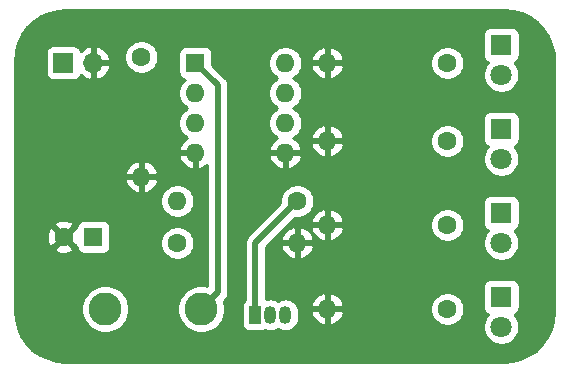
<source format=gbr>
G04 #@! TF.GenerationSoftware,KiCad,Pcbnew,(5.1.7)-1*
G04 #@! TF.CreationDate,2021-07-20T19:52:43-05:00*
G04 #@! TF.ProjectId,jfetTester,6a666574-5465-4737-9465-722e6b696361,rev?*
G04 #@! TF.SameCoordinates,Original*
G04 #@! TF.FileFunction,Copper,L2,Bot*
G04 #@! TF.FilePolarity,Positive*
%FSLAX46Y46*%
G04 Gerber Fmt 4.6, Leading zero omitted, Abs format (unit mm)*
G04 Created by KiCad (PCBNEW (5.1.7)-1) date 2021-07-20 19:52:43*
%MOMM*%
%LPD*%
G01*
G04 APERTURE LIST*
G04 #@! TA.AperFunction,ComponentPad*
%ADD10R,1.700000X1.700000*%
G04 #@! TD*
G04 #@! TA.AperFunction,ComponentPad*
%ADD11O,1.700000X1.700000*%
G04 #@! TD*
G04 #@! TA.AperFunction,ComponentPad*
%ADD12R,1.600000X1.600000*%
G04 #@! TD*
G04 #@! TA.AperFunction,ComponentPad*
%ADD13C,1.600000*%
G04 #@! TD*
G04 #@! TA.AperFunction,ComponentPad*
%ADD14R,1.800000X1.800000*%
G04 #@! TD*
G04 #@! TA.AperFunction,ComponentPad*
%ADD15C,1.800000*%
G04 #@! TD*
G04 #@! TA.AperFunction,ComponentPad*
%ADD16O,1.050000X1.500000*%
G04 #@! TD*
G04 #@! TA.AperFunction,ComponentPad*
%ADD17R,1.050000X1.500000*%
G04 #@! TD*
G04 #@! TA.AperFunction,ComponentPad*
%ADD18O,1.600000X1.600000*%
G04 #@! TD*
G04 #@! TA.AperFunction,ComponentPad*
%ADD19C,2.800000*%
G04 #@! TD*
G04 #@! TA.AperFunction,Conductor*
%ADD20C,0.500000*%
G04 #@! TD*
G04 #@! TA.AperFunction,Conductor*
%ADD21C,0.254000*%
G04 #@! TD*
G04 #@! TA.AperFunction,Conductor*
%ADD22C,0.100000*%
G04 #@! TD*
G04 APERTURE END LIST*
D10*
G04 #@! TO.P,BT1,1*
G04 #@! TO.N,+9V*
X116840000Y-79248000D03*
D11*
G04 #@! TO.P,BT1,2*
G04 #@! TO.N,GND*
X119380000Y-79248000D03*
G04 #@! TD*
D12*
G04 #@! TO.P,C1,1*
G04 #@! TO.N,/4.5V*
X119380000Y-93980000D03*
D13*
G04 #@! TO.P,C1,2*
G04 #@! TO.N,GND*
X116880000Y-93980000D03*
G04 #@! TD*
D14*
G04 #@! TO.P,D1,1*
G04 #@! TO.N,Net-(D1-Pad1)*
X153924000Y-77724000D03*
D15*
G04 #@! TO.P,D1,2*
G04 #@! TO.N,+9V*
X153924000Y-80264000D03*
G04 #@! TD*
G04 #@! TO.P,D2,2*
G04 #@! TO.N,+9V*
X153924000Y-87376000D03*
D14*
G04 #@! TO.P,D2,1*
G04 #@! TO.N,Net-(D2-Pad1)*
X153924000Y-84836000D03*
G04 #@! TD*
G04 #@! TO.P,D3,1*
G04 #@! TO.N,Net-(D3-Pad1)*
X153924000Y-91948000D03*
D15*
G04 #@! TO.P,D3,2*
G04 #@! TO.N,+9V*
X153924000Y-94488000D03*
G04 #@! TD*
G04 #@! TO.P,D4,2*
G04 #@! TO.N,+9V*
X153924000Y-101600000D03*
D14*
G04 #@! TO.P,D4,1*
G04 #@! TO.N,Net-(D4-Pad1)*
X153924000Y-99060000D03*
G04 #@! TD*
D16*
G04 #@! TO.P,Q1,2*
G04 #@! TO.N,Net-(Q1-Pad2)*
X134366000Y-100584000D03*
G04 #@! TO.P,Q1,3*
G04 #@! TO.N,Net-(Q1-Pad3)*
X135636000Y-100584000D03*
D17*
G04 #@! TO.P,Q1,1*
G04 #@! TO.N,+9V*
X133096000Y-100584000D03*
G04 #@! TD*
D18*
G04 #@! TO.P,R1,2*
G04 #@! TO.N,/4.5V*
X126492000Y-90932000D03*
D13*
G04 #@! TO.P,R1,1*
G04 #@! TO.N,+9V*
X136652000Y-90932000D03*
G04 #@! TD*
G04 #@! TO.P,R2,1*
G04 #@! TO.N,/4.5V*
X126492000Y-94488000D03*
D18*
G04 #@! TO.P,R2,2*
G04 #@! TO.N,GND*
X136652000Y-94488000D03*
G04 #@! TD*
G04 #@! TO.P,R3,2*
G04 #@! TO.N,GND*
X123444000Y-88900000D03*
D13*
G04 #@! TO.P,R3,1*
G04 #@! TO.N,Net-(Q1-Pad2)*
X123444000Y-78740000D03*
G04 #@! TD*
G04 #@! TO.P,R4,1*
G04 #@! TO.N,Net-(D1-Pad1)*
X149352000Y-79248000D03*
D18*
G04 #@! TO.P,R4,2*
G04 #@! TO.N,GND*
X139192000Y-79248000D03*
G04 #@! TD*
G04 #@! TO.P,R5,2*
G04 #@! TO.N,GND*
X139192000Y-85852000D03*
D13*
G04 #@! TO.P,R5,1*
G04 #@! TO.N,Net-(D2-Pad1)*
X149352000Y-85852000D03*
G04 #@! TD*
G04 #@! TO.P,R6,1*
G04 #@! TO.N,Net-(D3-Pad1)*
X149352000Y-92964000D03*
D18*
G04 #@! TO.P,R6,2*
G04 #@! TO.N,GND*
X139192000Y-92964000D03*
G04 #@! TD*
D13*
G04 #@! TO.P,R7,1*
G04 #@! TO.N,Net-(D4-Pad1)*
X149352000Y-100076000D03*
D18*
G04 #@! TO.P,R7,2*
G04 #@! TO.N,GND*
X139192000Y-100076000D03*
G04 #@! TD*
D19*
G04 #@! TO.P,TP1,1*
G04 #@! TO.N,/4.5V*
X120396000Y-100076000D03*
G04 #@! TD*
G04 #@! TO.P,TP2,1*
G04 #@! TO.N,Net-(Q1-Pad3)*
X128524000Y-100076000D03*
G04 #@! TD*
D12*
G04 #@! TO.P,U1,1*
G04 #@! TO.N,Net-(Q1-Pad3)*
X128016000Y-79248000D03*
D18*
G04 #@! TO.P,U1,5*
G04 #@! TO.N,GND*
X135636000Y-86868000D03*
G04 #@! TO.P,U1,2*
G04 #@! TO.N,Net-(Q1-Pad2)*
X128016000Y-81788000D03*
G04 #@! TO.P,U1,6*
G04 #@! TO.N,Net-(U1-Pad6)*
X135636000Y-84328000D03*
G04 #@! TO.P,U1,3*
G04 #@! TO.N,/4.5V*
X128016000Y-84328000D03*
G04 #@! TO.P,U1,7*
G04 #@! TO.N,Net-(U1-Pad6)*
X135636000Y-81788000D03*
G04 #@! TO.P,U1,4*
G04 #@! TO.N,GND*
X128016000Y-86868000D03*
G04 #@! TO.P,U1,8*
G04 #@! TO.N,+9V*
X135636000Y-79248000D03*
G04 #@! TD*
D20*
G04 #@! TO.N,+9V*
X133096000Y-94488000D02*
X136652000Y-90932000D01*
X133096000Y-100584000D02*
X133096000Y-94488000D01*
G04 #@! TO.N,Net-(Q1-Pad3)*
X129923999Y-81155999D02*
X128016000Y-79248000D01*
X129923999Y-98676001D02*
X129923999Y-81155999D01*
X128524000Y-100076000D02*
X129923999Y-98676001D01*
G04 #@! TD*
D21*
G04 #@! TO.N,GND*
X154923857Y-74848686D02*
X155646144Y-75046281D01*
X156322017Y-75368656D01*
X156930127Y-75805626D01*
X157451247Y-76343380D01*
X157868897Y-76964909D01*
X158169887Y-77650583D01*
X158346146Y-78384752D01*
X158393000Y-79022786D01*
X158393001Y-100295031D01*
X158323314Y-101075857D01*
X158125718Y-101798148D01*
X157803345Y-102474017D01*
X157366371Y-103082130D01*
X156828620Y-103603247D01*
X156207091Y-104020897D01*
X155521414Y-104321888D01*
X154787248Y-104498146D01*
X154149214Y-104545000D01*
X117001958Y-104545000D01*
X116221143Y-104475314D01*
X115498852Y-104277718D01*
X114822983Y-103955345D01*
X114214870Y-103518371D01*
X113693753Y-102980620D01*
X113276103Y-102359091D01*
X112975112Y-101673414D01*
X112798854Y-100939248D01*
X112752000Y-100301214D01*
X112752000Y-99875570D01*
X118361000Y-99875570D01*
X118361000Y-100276430D01*
X118439204Y-100669587D01*
X118592607Y-101039934D01*
X118815313Y-101373237D01*
X119098763Y-101656687D01*
X119432066Y-101879393D01*
X119802413Y-102032796D01*
X120195570Y-102111000D01*
X120596430Y-102111000D01*
X120989587Y-102032796D01*
X121359934Y-101879393D01*
X121693237Y-101656687D01*
X121976687Y-101373237D01*
X122199393Y-101039934D01*
X122352796Y-100669587D01*
X122431000Y-100276430D01*
X122431000Y-99875570D01*
X126489000Y-99875570D01*
X126489000Y-100276430D01*
X126567204Y-100669587D01*
X126720607Y-101039934D01*
X126943313Y-101373237D01*
X127226763Y-101656687D01*
X127560066Y-101879393D01*
X127930413Y-102032796D01*
X128323570Y-102111000D01*
X128724430Y-102111000D01*
X129117587Y-102032796D01*
X129487934Y-101879393D01*
X129821237Y-101656687D01*
X130104687Y-101373237D01*
X130327393Y-101039934D01*
X130480796Y-100669587D01*
X130559000Y-100276430D01*
X130559000Y-99875570D01*
X130550732Y-99834000D01*
X131932928Y-99834000D01*
X131932928Y-101334000D01*
X131945188Y-101458482D01*
X131981498Y-101578180D01*
X132040463Y-101688494D01*
X132119815Y-101785185D01*
X132216506Y-101864537D01*
X132326820Y-101923502D01*
X132446518Y-101959812D01*
X132571000Y-101972072D01*
X133621000Y-101972072D01*
X133745482Y-101959812D01*
X133865180Y-101923502D01*
X133929902Y-101888907D01*
X134138601Y-101952215D01*
X134366000Y-101974612D01*
X134593400Y-101952215D01*
X134812060Y-101885885D01*
X135001001Y-101784894D01*
X135189941Y-101885885D01*
X135408601Y-101952215D01*
X135636000Y-101974612D01*
X135863400Y-101952215D01*
X136082060Y-101885885D01*
X136283579Y-101778171D01*
X136460212Y-101633212D01*
X136605171Y-101456579D01*
X136712885Y-101255059D01*
X136779215Y-101036399D01*
X136796000Y-100865978D01*
X136796000Y-100425039D01*
X137800096Y-100425039D01*
X137840754Y-100559087D01*
X137960963Y-100813420D01*
X138128481Y-101039414D01*
X138336869Y-101228385D01*
X138578119Y-101373070D01*
X138842960Y-101467909D01*
X139065000Y-101346624D01*
X139065000Y-100203000D01*
X139319000Y-100203000D01*
X139319000Y-101346624D01*
X139541040Y-101467909D01*
X139805881Y-101373070D01*
X140047131Y-101228385D01*
X140255519Y-101039414D01*
X140423037Y-100813420D01*
X140543246Y-100559087D01*
X140583904Y-100425039D01*
X140461915Y-100203000D01*
X139319000Y-100203000D01*
X139065000Y-100203000D01*
X137922085Y-100203000D01*
X137800096Y-100425039D01*
X136796000Y-100425039D01*
X136796000Y-100302021D01*
X136779215Y-100131600D01*
X136712885Y-99912940D01*
X136613478Y-99726961D01*
X137800096Y-99726961D01*
X137922085Y-99949000D01*
X139065000Y-99949000D01*
X139065000Y-98805376D01*
X139319000Y-98805376D01*
X139319000Y-99949000D01*
X140461915Y-99949000D01*
X140469790Y-99934665D01*
X147917000Y-99934665D01*
X147917000Y-100217335D01*
X147972147Y-100494574D01*
X148080320Y-100755727D01*
X148237363Y-100990759D01*
X148437241Y-101190637D01*
X148672273Y-101347680D01*
X148933426Y-101455853D01*
X149210665Y-101511000D01*
X149493335Y-101511000D01*
X149770574Y-101455853D01*
X150031727Y-101347680D01*
X150266759Y-101190637D01*
X150466637Y-100990759D01*
X150623680Y-100755727D01*
X150731853Y-100494574D01*
X150787000Y-100217335D01*
X150787000Y-99934665D01*
X150731853Y-99657426D01*
X150623680Y-99396273D01*
X150466637Y-99161241D01*
X150266759Y-98961363D01*
X150031727Y-98804320D01*
X149770574Y-98696147D01*
X149493335Y-98641000D01*
X149210665Y-98641000D01*
X148933426Y-98696147D01*
X148672273Y-98804320D01*
X148437241Y-98961363D01*
X148237363Y-99161241D01*
X148080320Y-99396273D01*
X147972147Y-99657426D01*
X147917000Y-99934665D01*
X140469790Y-99934665D01*
X140583904Y-99726961D01*
X140543246Y-99592913D01*
X140423037Y-99338580D01*
X140255519Y-99112586D01*
X140047131Y-98923615D01*
X139805881Y-98778930D01*
X139541040Y-98684091D01*
X139319000Y-98805376D01*
X139065000Y-98805376D01*
X138842960Y-98684091D01*
X138578119Y-98778930D01*
X138336869Y-98923615D01*
X138128481Y-99112586D01*
X137960963Y-99338580D01*
X137840754Y-99592913D01*
X137800096Y-99726961D01*
X136613478Y-99726961D01*
X136605171Y-99711421D01*
X136460212Y-99534788D01*
X136283578Y-99389829D01*
X136082059Y-99282115D01*
X135863399Y-99215785D01*
X135636000Y-99193388D01*
X135408600Y-99215785D01*
X135189940Y-99282115D01*
X135001000Y-99383106D01*
X134812059Y-99282115D01*
X134593399Y-99215785D01*
X134366000Y-99193388D01*
X134138600Y-99215785D01*
X133981000Y-99263593D01*
X133981000Y-98160000D01*
X152385928Y-98160000D01*
X152385928Y-99960000D01*
X152398188Y-100084482D01*
X152434498Y-100204180D01*
X152493463Y-100314494D01*
X152572815Y-100411185D01*
X152669506Y-100490537D01*
X152779820Y-100549502D01*
X152798127Y-100555056D01*
X152731688Y-100621495D01*
X152563701Y-100872905D01*
X152447989Y-101152257D01*
X152389000Y-101448816D01*
X152389000Y-101751184D01*
X152447989Y-102047743D01*
X152563701Y-102327095D01*
X152731688Y-102578505D01*
X152945495Y-102792312D01*
X153196905Y-102960299D01*
X153476257Y-103076011D01*
X153772816Y-103135000D01*
X154075184Y-103135000D01*
X154371743Y-103076011D01*
X154651095Y-102960299D01*
X154902505Y-102792312D01*
X155116312Y-102578505D01*
X155284299Y-102327095D01*
X155400011Y-102047743D01*
X155459000Y-101751184D01*
X155459000Y-101448816D01*
X155400011Y-101152257D01*
X155284299Y-100872905D01*
X155116312Y-100621495D01*
X155049873Y-100555056D01*
X155068180Y-100549502D01*
X155178494Y-100490537D01*
X155275185Y-100411185D01*
X155354537Y-100314494D01*
X155413502Y-100204180D01*
X155449812Y-100084482D01*
X155462072Y-99960000D01*
X155462072Y-98160000D01*
X155449812Y-98035518D01*
X155413502Y-97915820D01*
X155354537Y-97805506D01*
X155275185Y-97708815D01*
X155178494Y-97629463D01*
X155068180Y-97570498D01*
X154948482Y-97534188D01*
X154824000Y-97521928D01*
X153024000Y-97521928D01*
X152899518Y-97534188D01*
X152779820Y-97570498D01*
X152669506Y-97629463D01*
X152572815Y-97708815D01*
X152493463Y-97805506D01*
X152434498Y-97915820D01*
X152398188Y-98035518D01*
X152385928Y-98160000D01*
X133981000Y-98160000D01*
X133981000Y-94854578D01*
X133998539Y-94837039D01*
X135260096Y-94837039D01*
X135300754Y-94971087D01*
X135420963Y-95225420D01*
X135588481Y-95451414D01*
X135796869Y-95640385D01*
X136038119Y-95785070D01*
X136302960Y-95879909D01*
X136525000Y-95758624D01*
X136525000Y-94615000D01*
X136779000Y-94615000D01*
X136779000Y-95758624D01*
X137001040Y-95879909D01*
X137265881Y-95785070D01*
X137507131Y-95640385D01*
X137715519Y-95451414D01*
X137883037Y-95225420D01*
X138003246Y-94971087D01*
X138043904Y-94837039D01*
X137921915Y-94615000D01*
X136779000Y-94615000D01*
X136525000Y-94615000D01*
X135382085Y-94615000D01*
X135260096Y-94837039D01*
X133998539Y-94837039D01*
X134696617Y-94138961D01*
X135260096Y-94138961D01*
X135382085Y-94361000D01*
X136525000Y-94361000D01*
X136525000Y-93217376D01*
X136779000Y-93217376D01*
X136779000Y-94361000D01*
X137921915Y-94361000D01*
X138043904Y-94138961D01*
X138003246Y-94004913D01*
X137883037Y-93750580D01*
X137715519Y-93524586D01*
X137507131Y-93335615D01*
X137469488Y-93313039D01*
X137800096Y-93313039D01*
X137840754Y-93447087D01*
X137960963Y-93701420D01*
X138128481Y-93927414D01*
X138336869Y-94116385D01*
X138578119Y-94261070D01*
X138842960Y-94355909D01*
X139065000Y-94234624D01*
X139065000Y-93091000D01*
X139319000Y-93091000D01*
X139319000Y-94234624D01*
X139541040Y-94355909D01*
X139805881Y-94261070D01*
X140047131Y-94116385D01*
X140255519Y-93927414D01*
X140423037Y-93701420D01*
X140543246Y-93447087D01*
X140583904Y-93313039D01*
X140461915Y-93091000D01*
X139319000Y-93091000D01*
X139065000Y-93091000D01*
X137922085Y-93091000D01*
X137800096Y-93313039D01*
X137469488Y-93313039D01*
X137265881Y-93190930D01*
X137001040Y-93096091D01*
X136779000Y-93217376D01*
X136525000Y-93217376D01*
X136302960Y-93096091D01*
X136038119Y-93190930D01*
X135796869Y-93335615D01*
X135588481Y-93524586D01*
X135420963Y-93750580D01*
X135300754Y-94004913D01*
X135260096Y-94138961D01*
X134696617Y-94138961D01*
X136220617Y-92614961D01*
X137800096Y-92614961D01*
X137922085Y-92837000D01*
X139065000Y-92837000D01*
X139065000Y-91693376D01*
X139319000Y-91693376D01*
X139319000Y-92837000D01*
X140461915Y-92837000D01*
X140469790Y-92822665D01*
X147917000Y-92822665D01*
X147917000Y-93105335D01*
X147972147Y-93382574D01*
X148080320Y-93643727D01*
X148237363Y-93878759D01*
X148437241Y-94078637D01*
X148672273Y-94235680D01*
X148933426Y-94343853D01*
X149210665Y-94399000D01*
X149493335Y-94399000D01*
X149770574Y-94343853D01*
X150031727Y-94235680D01*
X150266759Y-94078637D01*
X150466637Y-93878759D01*
X150623680Y-93643727D01*
X150731853Y-93382574D01*
X150787000Y-93105335D01*
X150787000Y-92822665D01*
X150731853Y-92545426D01*
X150623680Y-92284273D01*
X150466637Y-92049241D01*
X150266759Y-91849363D01*
X150031727Y-91692320D01*
X149770574Y-91584147D01*
X149493335Y-91529000D01*
X149210665Y-91529000D01*
X148933426Y-91584147D01*
X148672273Y-91692320D01*
X148437241Y-91849363D01*
X148237363Y-92049241D01*
X148080320Y-92284273D01*
X147972147Y-92545426D01*
X147917000Y-92822665D01*
X140469790Y-92822665D01*
X140583904Y-92614961D01*
X140543246Y-92480913D01*
X140423037Y-92226580D01*
X140255519Y-92000586D01*
X140047131Y-91811615D01*
X139805881Y-91666930D01*
X139541040Y-91572091D01*
X139319000Y-91693376D01*
X139065000Y-91693376D01*
X138842960Y-91572091D01*
X138578119Y-91666930D01*
X138336869Y-91811615D01*
X138128481Y-92000586D01*
X137960963Y-92226580D01*
X137840754Y-92480913D01*
X137800096Y-92614961D01*
X136220617Y-92614961D01*
X136475561Y-92360017D01*
X136510665Y-92367000D01*
X136793335Y-92367000D01*
X137070574Y-92311853D01*
X137331727Y-92203680D01*
X137566759Y-92046637D01*
X137766637Y-91846759D01*
X137923680Y-91611727D01*
X138031853Y-91350574D01*
X138087000Y-91073335D01*
X138087000Y-91048000D01*
X152385928Y-91048000D01*
X152385928Y-92848000D01*
X152398188Y-92972482D01*
X152434498Y-93092180D01*
X152493463Y-93202494D01*
X152572815Y-93299185D01*
X152669506Y-93378537D01*
X152779820Y-93437502D01*
X152798127Y-93443056D01*
X152731688Y-93509495D01*
X152563701Y-93760905D01*
X152447989Y-94040257D01*
X152389000Y-94336816D01*
X152389000Y-94639184D01*
X152447989Y-94935743D01*
X152563701Y-95215095D01*
X152731688Y-95466505D01*
X152945495Y-95680312D01*
X153196905Y-95848299D01*
X153476257Y-95964011D01*
X153772816Y-96023000D01*
X154075184Y-96023000D01*
X154371743Y-95964011D01*
X154651095Y-95848299D01*
X154902505Y-95680312D01*
X155116312Y-95466505D01*
X155284299Y-95215095D01*
X155400011Y-94935743D01*
X155459000Y-94639184D01*
X155459000Y-94336816D01*
X155400011Y-94040257D01*
X155284299Y-93760905D01*
X155116312Y-93509495D01*
X155049873Y-93443056D01*
X155068180Y-93437502D01*
X155178494Y-93378537D01*
X155275185Y-93299185D01*
X155354537Y-93202494D01*
X155413502Y-93092180D01*
X155449812Y-92972482D01*
X155462072Y-92848000D01*
X155462072Y-91048000D01*
X155449812Y-90923518D01*
X155413502Y-90803820D01*
X155354537Y-90693506D01*
X155275185Y-90596815D01*
X155178494Y-90517463D01*
X155068180Y-90458498D01*
X154948482Y-90422188D01*
X154824000Y-90409928D01*
X153024000Y-90409928D01*
X152899518Y-90422188D01*
X152779820Y-90458498D01*
X152669506Y-90517463D01*
X152572815Y-90596815D01*
X152493463Y-90693506D01*
X152434498Y-90803820D01*
X152398188Y-90923518D01*
X152385928Y-91048000D01*
X138087000Y-91048000D01*
X138087000Y-90790665D01*
X138031853Y-90513426D01*
X137923680Y-90252273D01*
X137766637Y-90017241D01*
X137566759Y-89817363D01*
X137331727Y-89660320D01*
X137070574Y-89552147D01*
X136793335Y-89497000D01*
X136510665Y-89497000D01*
X136233426Y-89552147D01*
X135972273Y-89660320D01*
X135737241Y-89817363D01*
X135537363Y-90017241D01*
X135380320Y-90252273D01*
X135272147Y-90513426D01*
X135217000Y-90790665D01*
X135217000Y-91073335D01*
X135223983Y-91108439D01*
X132500951Y-93831471D01*
X132467184Y-93859183D01*
X132439471Y-93892951D01*
X132439468Y-93892954D01*
X132356590Y-93993941D01*
X132274412Y-94147687D01*
X132223805Y-94314510D01*
X132206719Y-94488000D01*
X132211001Y-94531479D01*
X132211000Y-99307981D01*
X132119815Y-99382815D01*
X132040463Y-99479506D01*
X131981498Y-99589820D01*
X131945188Y-99709518D01*
X131932928Y-99834000D01*
X130550732Y-99834000D01*
X130480796Y-99482413D01*
X130448100Y-99403479D01*
X130519049Y-99332530D01*
X130552816Y-99304818D01*
X130642181Y-99195928D01*
X130663410Y-99170060D01*
X130745588Y-99016315D01*
X130796194Y-98849491D01*
X130800643Y-98804320D01*
X130808999Y-98719478D01*
X130808999Y-98719470D01*
X130813280Y-98676001D01*
X130808999Y-98632532D01*
X130808999Y-87217039D01*
X134244096Y-87217039D01*
X134284754Y-87351087D01*
X134404963Y-87605420D01*
X134572481Y-87831414D01*
X134780869Y-88020385D01*
X135022119Y-88165070D01*
X135286960Y-88259909D01*
X135509000Y-88138624D01*
X135509000Y-86995000D01*
X135763000Y-86995000D01*
X135763000Y-88138624D01*
X135985040Y-88259909D01*
X136249881Y-88165070D01*
X136491131Y-88020385D01*
X136699519Y-87831414D01*
X136867037Y-87605420D01*
X136987246Y-87351087D01*
X137027904Y-87217039D01*
X136905915Y-86995000D01*
X135763000Y-86995000D01*
X135509000Y-86995000D01*
X134366085Y-86995000D01*
X134244096Y-87217039D01*
X130808999Y-87217039D01*
X130808999Y-81199465D01*
X130813280Y-81155998D01*
X130808999Y-81112532D01*
X130808999Y-81112522D01*
X130796194Y-80982509D01*
X130745588Y-80815686D01*
X130663410Y-80661940D01*
X130635435Y-80627853D01*
X130580531Y-80560952D01*
X130580529Y-80560950D01*
X130552816Y-80527182D01*
X130519048Y-80499469D01*
X129454072Y-79434494D01*
X129454072Y-79106665D01*
X134201000Y-79106665D01*
X134201000Y-79389335D01*
X134256147Y-79666574D01*
X134364320Y-79927727D01*
X134521363Y-80162759D01*
X134721241Y-80362637D01*
X134953759Y-80518000D01*
X134721241Y-80673363D01*
X134521363Y-80873241D01*
X134364320Y-81108273D01*
X134256147Y-81369426D01*
X134201000Y-81646665D01*
X134201000Y-81929335D01*
X134256147Y-82206574D01*
X134364320Y-82467727D01*
X134521363Y-82702759D01*
X134721241Y-82902637D01*
X134953759Y-83058000D01*
X134721241Y-83213363D01*
X134521363Y-83413241D01*
X134364320Y-83648273D01*
X134256147Y-83909426D01*
X134201000Y-84186665D01*
X134201000Y-84469335D01*
X134256147Y-84746574D01*
X134364320Y-85007727D01*
X134521363Y-85242759D01*
X134721241Y-85442637D01*
X134956273Y-85599680D01*
X134966865Y-85604067D01*
X134780869Y-85715615D01*
X134572481Y-85904586D01*
X134404963Y-86130580D01*
X134284754Y-86384913D01*
X134244096Y-86518961D01*
X134366085Y-86741000D01*
X135509000Y-86741000D01*
X135509000Y-86721000D01*
X135763000Y-86721000D01*
X135763000Y-86741000D01*
X136905915Y-86741000D01*
X137027904Y-86518961D01*
X136987246Y-86384913D01*
X136900340Y-86201039D01*
X137800096Y-86201039D01*
X137840754Y-86335087D01*
X137960963Y-86589420D01*
X138128481Y-86815414D01*
X138336869Y-87004385D01*
X138578119Y-87149070D01*
X138842960Y-87243909D01*
X139065000Y-87122624D01*
X139065000Y-85979000D01*
X139319000Y-85979000D01*
X139319000Y-87122624D01*
X139541040Y-87243909D01*
X139805881Y-87149070D01*
X140047131Y-87004385D01*
X140255519Y-86815414D01*
X140423037Y-86589420D01*
X140543246Y-86335087D01*
X140583904Y-86201039D01*
X140461915Y-85979000D01*
X139319000Y-85979000D01*
X139065000Y-85979000D01*
X137922085Y-85979000D01*
X137800096Y-86201039D01*
X136900340Y-86201039D01*
X136867037Y-86130580D01*
X136699519Y-85904586D01*
X136491131Y-85715615D01*
X136305135Y-85604067D01*
X136315727Y-85599680D01*
X136460477Y-85502961D01*
X137800096Y-85502961D01*
X137922085Y-85725000D01*
X139065000Y-85725000D01*
X139065000Y-84581376D01*
X139319000Y-84581376D01*
X139319000Y-85725000D01*
X140461915Y-85725000D01*
X140469790Y-85710665D01*
X147917000Y-85710665D01*
X147917000Y-85993335D01*
X147972147Y-86270574D01*
X148080320Y-86531727D01*
X148237363Y-86766759D01*
X148437241Y-86966637D01*
X148672273Y-87123680D01*
X148933426Y-87231853D01*
X149210665Y-87287000D01*
X149493335Y-87287000D01*
X149770574Y-87231853D01*
X150031727Y-87123680D01*
X150266759Y-86966637D01*
X150466637Y-86766759D01*
X150623680Y-86531727D01*
X150731853Y-86270574D01*
X150787000Y-85993335D01*
X150787000Y-85710665D01*
X150731853Y-85433426D01*
X150623680Y-85172273D01*
X150466637Y-84937241D01*
X150266759Y-84737363D01*
X150031727Y-84580320D01*
X149770574Y-84472147D01*
X149493335Y-84417000D01*
X149210665Y-84417000D01*
X148933426Y-84472147D01*
X148672273Y-84580320D01*
X148437241Y-84737363D01*
X148237363Y-84937241D01*
X148080320Y-85172273D01*
X147972147Y-85433426D01*
X147917000Y-85710665D01*
X140469790Y-85710665D01*
X140583904Y-85502961D01*
X140543246Y-85368913D01*
X140423037Y-85114580D01*
X140255519Y-84888586D01*
X140047131Y-84699615D01*
X139805881Y-84554930D01*
X139541040Y-84460091D01*
X139319000Y-84581376D01*
X139065000Y-84581376D01*
X138842960Y-84460091D01*
X138578119Y-84554930D01*
X138336869Y-84699615D01*
X138128481Y-84888586D01*
X137960963Y-85114580D01*
X137840754Y-85368913D01*
X137800096Y-85502961D01*
X136460477Y-85502961D01*
X136550759Y-85442637D01*
X136750637Y-85242759D01*
X136907680Y-85007727D01*
X137015853Y-84746574D01*
X137071000Y-84469335D01*
X137071000Y-84186665D01*
X137021139Y-83936000D01*
X152385928Y-83936000D01*
X152385928Y-85736000D01*
X152398188Y-85860482D01*
X152434498Y-85980180D01*
X152493463Y-86090494D01*
X152572815Y-86187185D01*
X152669506Y-86266537D01*
X152779820Y-86325502D01*
X152798127Y-86331056D01*
X152731688Y-86397495D01*
X152563701Y-86648905D01*
X152447989Y-86928257D01*
X152389000Y-87224816D01*
X152389000Y-87527184D01*
X152447989Y-87823743D01*
X152563701Y-88103095D01*
X152731688Y-88354505D01*
X152945495Y-88568312D01*
X153196905Y-88736299D01*
X153476257Y-88852011D01*
X153772816Y-88911000D01*
X154075184Y-88911000D01*
X154371743Y-88852011D01*
X154651095Y-88736299D01*
X154902505Y-88568312D01*
X155116312Y-88354505D01*
X155284299Y-88103095D01*
X155400011Y-87823743D01*
X155459000Y-87527184D01*
X155459000Y-87224816D01*
X155400011Y-86928257D01*
X155284299Y-86648905D01*
X155116312Y-86397495D01*
X155049873Y-86331056D01*
X155068180Y-86325502D01*
X155178494Y-86266537D01*
X155275185Y-86187185D01*
X155354537Y-86090494D01*
X155413502Y-85980180D01*
X155449812Y-85860482D01*
X155462072Y-85736000D01*
X155462072Y-83936000D01*
X155449812Y-83811518D01*
X155413502Y-83691820D01*
X155354537Y-83581506D01*
X155275185Y-83484815D01*
X155178494Y-83405463D01*
X155068180Y-83346498D01*
X154948482Y-83310188D01*
X154824000Y-83297928D01*
X153024000Y-83297928D01*
X152899518Y-83310188D01*
X152779820Y-83346498D01*
X152669506Y-83405463D01*
X152572815Y-83484815D01*
X152493463Y-83581506D01*
X152434498Y-83691820D01*
X152398188Y-83811518D01*
X152385928Y-83936000D01*
X137021139Y-83936000D01*
X137015853Y-83909426D01*
X136907680Y-83648273D01*
X136750637Y-83413241D01*
X136550759Y-83213363D01*
X136318241Y-83058000D01*
X136550759Y-82902637D01*
X136750637Y-82702759D01*
X136907680Y-82467727D01*
X137015853Y-82206574D01*
X137071000Y-81929335D01*
X137071000Y-81646665D01*
X137015853Y-81369426D01*
X136907680Y-81108273D01*
X136750637Y-80873241D01*
X136550759Y-80673363D01*
X136318241Y-80518000D01*
X136550759Y-80362637D01*
X136750637Y-80162759D01*
X136907680Y-79927727D01*
X137015853Y-79666574D01*
X137029684Y-79597039D01*
X137800096Y-79597039D01*
X137840754Y-79731087D01*
X137960963Y-79985420D01*
X138128481Y-80211414D01*
X138336869Y-80400385D01*
X138578119Y-80545070D01*
X138842960Y-80639909D01*
X139065000Y-80518624D01*
X139065000Y-79375000D01*
X139319000Y-79375000D01*
X139319000Y-80518624D01*
X139541040Y-80639909D01*
X139805881Y-80545070D01*
X140047131Y-80400385D01*
X140255519Y-80211414D01*
X140423037Y-79985420D01*
X140543246Y-79731087D01*
X140583904Y-79597039D01*
X140461915Y-79375000D01*
X139319000Y-79375000D01*
X139065000Y-79375000D01*
X137922085Y-79375000D01*
X137800096Y-79597039D01*
X137029684Y-79597039D01*
X137071000Y-79389335D01*
X137071000Y-79106665D01*
X137029685Y-78898961D01*
X137800096Y-78898961D01*
X137922085Y-79121000D01*
X139065000Y-79121000D01*
X139065000Y-77977376D01*
X139319000Y-77977376D01*
X139319000Y-79121000D01*
X140461915Y-79121000D01*
X140469790Y-79106665D01*
X147917000Y-79106665D01*
X147917000Y-79389335D01*
X147972147Y-79666574D01*
X148080320Y-79927727D01*
X148237363Y-80162759D01*
X148437241Y-80362637D01*
X148672273Y-80519680D01*
X148933426Y-80627853D01*
X149210665Y-80683000D01*
X149493335Y-80683000D01*
X149770574Y-80627853D01*
X150031727Y-80519680D01*
X150266759Y-80362637D01*
X150466637Y-80162759D01*
X150623680Y-79927727D01*
X150731853Y-79666574D01*
X150787000Y-79389335D01*
X150787000Y-79106665D01*
X150731853Y-78829426D01*
X150623680Y-78568273D01*
X150466637Y-78333241D01*
X150266759Y-78133363D01*
X150031727Y-77976320D01*
X149770574Y-77868147D01*
X149493335Y-77813000D01*
X149210665Y-77813000D01*
X148933426Y-77868147D01*
X148672273Y-77976320D01*
X148437241Y-78133363D01*
X148237363Y-78333241D01*
X148080320Y-78568273D01*
X147972147Y-78829426D01*
X147917000Y-79106665D01*
X140469790Y-79106665D01*
X140583904Y-78898961D01*
X140543246Y-78764913D01*
X140423037Y-78510580D01*
X140255519Y-78284586D01*
X140047131Y-78095615D01*
X139805881Y-77950930D01*
X139541040Y-77856091D01*
X139319000Y-77977376D01*
X139065000Y-77977376D01*
X138842960Y-77856091D01*
X138578119Y-77950930D01*
X138336869Y-78095615D01*
X138128481Y-78284586D01*
X137960963Y-78510580D01*
X137840754Y-78764913D01*
X137800096Y-78898961D01*
X137029685Y-78898961D01*
X137015853Y-78829426D01*
X136907680Y-78568273D01*
X136750637Y-78333241D01*
X136550759Y-78133363D01*
X136315727Y-77976320D01*
X136054574Y-77868147D01*
X135777335Y-77813000D01*
X135494665Y-77813000D01*
X135217426Y-77868147D01*
X134956273Y-77976320D01*
X134721241Y-78133363D01*
X134521363Y-78333241D01*
X134364320Y-78568273D01*
X134256147Y-78829426D01*
X134201000Y-79106665D01*
X129454072Y-79106665D01*
X129454072Y-78448000D01*
X129441812Y-78323518D01*
X129405502Y-78203820D01*
X129346537Y-78093506D01*
X129267185Y-77996815D01*
X129170494Y-77917463D01*
X129060180Y-77858498D01*
X128940482Y-77822188D01*
X128816000Y-77809928D01*
X127216000Y-77809928D01*
X127091518Y-77822188D01*
X126971820Y-77858498D01*
X126861506Y-77917463D01*
X126764815Y-77996815D01*
X126685463Y-78093506D01*
X126626498Y-78203820D01*
X126590188Y-78323518D01*
X126577928Y-78448000D01*
X126577928Y-80048000D01*
X126590188Y-80172482D01*
X126626498Y-80292180D01*
X126685463Y-80402494D01*
X126764815Y-80499185D01*
X126861506Y-80578537D01*
X126971820Y-80637502D01*
X127091518Y-80673812D01*
X127099961Y-80674643D01*
X126901363Y-80873241D01*
X126744320Y-81108273D01*
X126636147Y-81369426D01*
X126581000Y-81646665D01*
X126581000Y-81929335D01*
X126636147Y-82206574D01*
X126744320Y-82467727D01*
X126901363Y-82702759D01*
X127101241Y-82902637D01*
X127333759Y-83058000D01*
X127101241Y-83213363D01*
X126901363Y-83413241D01*
X126744320Y-83648273D01*
X126636147Y-83909426D01*
X126581000Y-84186665D01*
X126581000Y-84469335D01*
X126636147Y-84746574D01*
X126744320Y-85007727D01*
X126901363Y-85242759D01*
X127101241Y-85442637D01*
X127336273Y-85599680D01*
X127346865Y-85604067D01*
X127160869Y-85715615D01*
X126952481Y-85904586D01*
X126784963Y-86130580D01*
X126664754Y-86384913D01*
X126624096Y-86518961D01*
X126746085Y-86741000D01*
X127889000Y-86741000D01*
X127889000Y-86721000D01*
X128143000Y-86721000D01*
X128143000Y-86741000D01*
X128163000Y-86741000D01*
X128163000Y-86995000D01*
X128143000Y-86995000D01*
X128143000Y-88138624D01*
X128365040Y-88259909D01*
X128629881Y-88165070D01*
X128871131Y-88020385D01*
X129039000Y-87868158D01*
X129038999Y-98103572D01*
X128724430Y-98041000D01*
X128323570Y-98041000D01*
X127930413Y-98119204D01*
X127560066Y-98272607D01*
X127226763Y-98495313D01*
X126943313Y-98778763D01*
X126720607Y-99112066D01*
X126567204Y-99482413D01*
X126489000Y-99875570D01*
X122431000Y-99875570D01*
X122352796Y-99482413D01*
X122199393Y-99112066D01*
X121976687Y-98778763D01*
X121693237Y-98495313D01*
X121359934Y-98272607D01*
X120989587Y-98119204D01*
X120596430Y-98041000D01*
X120195570Y-98041000D01*
X119802413Y-98119204D01*
X119432066Y-98272607D01*
X119098763Y-98495313D01*
X118815313Y-98778763D01*
X118592607Y-99112066D01*
X118439204Y-99482413D01*
X118361000Y-99875570D01*
X112752000Y-99875570D01*
X112752000Y-94972702D01*
X116066903Y-94972702D01*
X116138486Y-95216671D01*
X116393996Y-95337571D01*
X116668184Y-95406300D01*
X116950512Y-95420217D01*
X117230130Y-95378787D01*
X117496292Y-95283603D01*
X117621514Y-95216671D01*
X117693097Y-94972702D01*
X116880000Y-94159605D01*
X116066903Y-94972702D01*
X112752000Y-94972702D01*
X112752000Y-94050512D01*
X115439783Y-94050512D01*
X115481213Y-94330130D01*
X115576397Y-94596292D01*
X115643329Y-94721514D01*
X115887298Y-94793097D01*
X116700395Y-93980000D01*
X117059605Y-93980000D01*
X117872702Y-94793097D01*
X117941928Y-94772785D01*
X117941928Y-94780000D01*
X117954188Y-94904482D01*
X117990498Y-95024180D01*
X118049463Y-95134494D01*
X118128815Y-95231185D01*
X118225506Y-95310537D01*
X118335820Y-95369502D01*
X118455518Y-95405812D01*
X118580000Y-95418072D01*
X120180000Y-95418072D01*
X120304482Y-95405812D01*
X120424180Y-95369502D01*
X120534494Y-95310537D01*
X120631185Y-95231185D01*
X120710537Y-95134494D01*
X120769502Y-95024180D01*
X120805812Y-94904482D01*
X120818072Y-94780000D01*
X120818072Y-94346665D01*
X125057000Y-94346665D01*
X125057000Y-94629335D01*
X125112147Y-94906574D01*
X125220320Y-95167727D01*
X125377363Y-95402759D01*
X125577241Y-95602637D01*
X125812273Y-95759680D01*
X126073426Y-95867853D01*
X126350665Y-95923000D01*
X126633335Y-95923000D01*
X126910574Y-95867853D01*
X127171727Y-95759680D01*
X127406759Y-95602637D01*
X127606637Y-95402759D01*
X127763680Y-95167727D01*
X127871853Y-94906574D01*
X127927000Y-94629335D01*
X127927000Y-94346665D01*
X127871853Y-94069426D01*
X127763680Y-93808273D01*
X127606637Y-93573241D01*
X127406759Y-93373363D01*
X127171727Y-93216320D01*
X126910574Y-93108147D01*
X126633335Y-93053000D01*
X126350665Y-93053000D01*
X126073426Y-93108147D01*
X125812273Y-93216320D01*
X125577241Y-93373363D01*
X125377363Y-93573241D01*
X125220320Y-93808273D01*
X125112147Y-94069426D01*
X125057000Y-94346665D01*
X120818072Y-94346665D01*
X120818072Y-93180000D01*
X120805812Y-93055518D01*
X120769502Y-92935820D01*
X120710537Y-92825506D01*
X120631185Y-92728815D01*
X120534494Y-92649463D01*
X120424180Y-92590498D01*
X120304482Y-92554188D01*
X120180000Y-92541928D01*
X118580000Y-92541928D01*
X118455518Y-92554188D01*
X118335820Y-92590498D01*
X118225506Y-92649463D01*
X118128815Y-92728815D01*
X118049463Y-92825506D01*
X117990498Y-92935820D01*
X117954188Y-93055518D01*
X117941928Y-93180000D01*
X117941928Y-93187215D01*
X117872702Y-93166903D01*
X117059605Y-93980000D01*
X116700395Y-93980000D01*
X115887298Y-93166903D01*
X115643329Y-93238486D01*
X115522429Y-93493996D01*
X115453700Y-93768184D01*
X115439783Y-94050512D01*
X112752000Y-94050512D01*
X112752000Y-92987298D01*
X116066903Y-92987298D01*
X116880000Y-93800395D01*
X117693097Y-92987298D01*
X117621514Y-92743329D01*
X117366004Y-92622429D01*
X117091816Y-92553700D01*
X116809488Y-92539783D01*
X116529870Y-92581213D01*
X116263708Y-92676397D01*
X116138486Y-92743329D01*
X116066903Y-92987298D01*
X112752000Y-92987298D01*
X112752000Y-90790665D01*
X125057000Y-90790665D01*
X125057000Y-91073335D01*
X125112147Y-91350574D01*
X125220320Y-91611727D01*
X125377363Y-91846759D01*
X125577241Y-92046637D01*
X125812273Y-92203680D01*
X126073426Y-92311853D01*
X126350665Y-92367000D01*
X126633335Y-92367000D01*
X126910574Y-92311853D01*
X127171727Y-92203680D01*
X127406759Y-92046637D01*
X127606637Y-91846759D01*
X127763680Y-91611727D01*
X127871853Y-91350574D01*
X127927000Y-91073335D01*
X127927000Y-90790665D01*
X127871853Y-90513426D01*
X127763680Y-90252273D01*
X127606637Y-90017241D01*
X127406759Y-89817363D01*
X127171727Y-89660320D01*
X126910574Y-89552147D01*
X126633335Y-89497000D01*
X126350665Y-89497000D01*
X126073426Y-89552147D01*
X125812273Y-89660320D01*
X125577241Y-89817363D01*
X125377363Y-90017241D01*
X125220320Y-90252273D01*
X125112147Y-90513426D01*
X125057000Y-90790665D01*
X112752000Y-90790665D01*
X112752000Y-89249040D01*
X122052091Y-89249040D01*
X122146930Y-89513881D01*
X122291615Y-89755131D01*
X122480586Y-89963519D01*
X122706580Y-90131037D01*
X122960913Y-90251246D01*
X123094961Y-90291904D01*
X123317000Y-90169915D01*
X123317000Y-89027000D01*
X123571000Y-89027000D01*
X123571000Y-90169915D01*
X123793039Y-90291904D01*
X123927087Y-90251246D01*
X124181420Y-90131037D01*
X124407414Y-89963519D01*
X124596385Y-89755131D01*
X124741070Y-89513881D01*
X124835909Y-89249040D01*
X124714624Y-89027000D01*
X123571000Y-89027000D01*
X123317000Y-89027000D01*
X122173376Y-89027000D01*
X122052091Y-89249040D01*
X112752000Y-89249040D01*
X112752000Y-88550960D01*
X122052091Y-88550960D01*
X122173376Y-88773000D01*
X123317000Y-88773000D01*
X123317000Y-87630085D01*
X123571000Y-87630085D01*
X123571000Y-88773000D01*
X124714624Y-88773000D01*
X124835909Y-88550960D01*
X124741070Y-88286119D01*
X124596385Y-88044869D01*
X124407414Y-87836481D01*
X124181420Y-87668963D01*
X123927087Y-87548754D01*
X123793039Y-87508096D01*
X123571000Y-87630085D01*
X123317000Y-87630085D01*
X123094961Y-87508096D01*
X122960913Y-87548754D01*
X122706580Y-87668963D01*
X122480586Y-87836481D01*
X122291615Y-88044869D01*
X122146930Y-88286119D01*
X122052091Y-88550960D01*
X112752000Y-88550960D01*
X112752000Y-87217039D01*
X126624096Y-87217039D01*
X126664754Y-87351087D01*
X126784963Y-87605420D01*
X126952481Y-87831414D01*
X127160869Y-88020385D01*
X127402119Y-88165070D01*
X127666960Y-88259909D01*
X127889000Y-88138624D01*
X127889000Y-86995000D01*
X126746085Y-86995000D01*
X126624096Y-87217039D01*
X112752000Y-87217039D01*
X112752000Y-79028958D01*
X112808311Y-78398000D01*
X115351928Y-78398000D01*
X115351928Y-80098000D01*
X115364188Y-80222482D01*
X115400498Y-80342180D01*
X115459463Y-80452494D01*
X115538815Y-80549185D01*
X115635506Y-80628537D01*
X115745820Y-80687502D01*
X115865518Y-80723812D01*
X115990000Y-80736072D01*
X117690000Y-80736072D01*
X117814482Y-80723812D01*
X117934180Y-80687502D01*
X118044494Y-80628537D01*
X118141185Y-80549185D01*
X118220537Y-80452494D01*
X118279502Y-80342180D01*
X118303966Y-80261534D01*
X118379731Y-80345588D01*
X118613080Y-80519641D01*
X118875901Y-80644825D01*
X119023110Y-80689476D01*
X119253000Y-80568155D01*
X119253000Y-79375000D01*
X119507000Y-79375000D01*
X119507000Y-80568155D01*
X119736890Y-80689476D01*
X119884099Y-80644825D01*
X120146920Y-80519641D01*
X120380269Y-80345588D01*
X120575178Y-80129355D01*
X120724157Y-79879252D01*
X120821481Y-79604891D01*
X120700814Y-79375000D01*
X119507000Y-79375000D01*
X119253000Y-79375000D01*
X119233000Y-79375000D01*
X119233000Y-79121000D01*
X119253000Y-79121000D01*
X119253000Y-77927845D01*
X119507000Y-77927845D01*
X119507000Y-79121000D01*
X120700814Y-79121000D01*
X120821481Y-78891109D01*
X120724157Y-78616748D01*
X120713386Y-78598665D01*
X122009000Y-78598665D01*
X122009000Y-78881335D01*
X122064147Y-79158574D01*
X122172320Y-79419727D01*
X122329363Y-79654759D01*
X122529241Y-79854637D01*
X122764273Y-80011680D01*
X123025426Y-80119853D01*
X123302665Y-80175000D01*
X123585335Y-80175000D01*
X123862574Y-80119853D01*
X124123727Y-80011680D01*
X124358759Y-79854637D01*
X124558637Y-79654759D01*
X124715680Y-79419727D01*
X124823853Y-79158574D01*
X124879000Y-78881335D01*
X124879000Y-78598665D01*
X124823853Y-78321426D01*
X124715680Y-78060273D01*
X124558637Y-77825241D01*
X124358759Y-77625363D01*
X124123727Y-77468320D01*
X123862574Y-77360147D01*
X123585335Y-77305000D01*
X123302665Y-77305000D01*
X123025426Y-77360147D01*
X122764273Y-77468320D01*
X122529241Y-77625363D01*
X122329363Y-77825241D01*
X122172320Y-78060273D01*
X122064147Y-78321426D01*
X122009000Y-78598665D01*
X120713386Y-78598665D01*
X120575178Y-78366645D01*
X120380269Y-78150412D01*
X120146920Y-77976359D01*
X119884099Y-77851175D01*
X119736890Y-77806524D01*
X119507000Y-77927845D01*
X119253000Y-77927845D01*
X119023110Y-77806524D01*
X118875901Y-77851175D01*
X118613080Y-77976359D01*
X118379731Y-78150412D01*
X118303966Y-78234466D01*
X118279502Y-78153820D01*
X118220537Y-78043506D01*
X118141185Y-77946815D01*
X118044494Y-77867463D01*
X117934180Y-77808498D01*
X117814482Y-77772188D01*
X117690000Y-77759928D01*
X115990000Y-77759928D01*
X115865518Y-77772188D01*
X115745820Y-77808498D01*
X115635506Y-77867463D01*
X115538815Y-77946815D01*
X115459463Y-78043506D01*
X115400498Y-78153820D01*
X115364188Y-78273518D01*
X115351928Y-78398000D01*
X112808311Y-78398000D01*
X112821686Y-78248143D01*
X113019281Y-77525856D01*
X113341656Y-76849983D01*
X113360326Y-76824000D01*
X152385928Y-76824000D01*
X152385928Y-78624000D01*
X152398188Y-78748482D01*
X152434498Y-78868180D01*
X152493463Y-78978494D01*
X152572815Y-79075185D01*
X152669506Y-79154537D01*
X152779820Y-79213502D01*
X152798127Y-79219056D01*
X152731688Y-79285495D01*
X152563701Y-79536905D01*
X152447989Y-79816257D01*
X152389000Y-80112816D01*
X152389000Y-80415184D01*
X152447989Y-80711743D01*
X152563701Y-80991095D01*
X152731688Y-81242505D01*
X152945495Y-81456312D01*
X153196905Y-81624299D01*
X153476257Y-81740011D01*
X153772816Y-81799000D01*
X154075184Y-81799000D01*
X154371743Y-81740011D01*
X154651095Y-81624299D01*
X154902505Y-81456312D01*
X155116312Y-81242505D01*
X155284299Y-80991095D01*
X155400011Y-80711743D01*
X155459000Y-80415184D01*
X155459000Y-80112816D01*
X155400011Y-79816257D01*
X155284299Y-79536905D01*
X155116312Y-79285495D01*
X155049873Y-79219056D01*
X155068180Y-79213502D01*
X155178494Y-79154537D01*
X155275185Y-79075185D01*
X155354537Y-78978494D01*
X155413502Y-78868180D01*
X155449812Y-78748482D01*
X155462072Y-78624000D01*
X155462072Y-76824000D01*
X155449812Y-76699518D01*
X155413502Y-76579820D01*
X155354537Y-76469506D01*
X155275185Y-76372815D01*
X155178494Y-76293463D01*
X155068180Y-76234498D01*
X154948482Y-76198188D01*
X154824000Y-76185928D01*
X153024000Y-76185928D01*
X152899518Y-76198188D01*
X152779820Y-76234498D01*
X152669506Y-76293463D01*
X152572815Y-76372815D01*
X152493463Y-76469506D01*
X152434498Y-76579820D01*
X152398188Y-76699518D01*
X152385928Y-76824000D01*
X113360326Y-76824000D01*
X113778626Y-76241873D01*
X114316380Y-75720753D01*
X114937909Y-75303103D01*
X115623583Y-75002113D01*
X116357752Y-74825854D01*
X116995786Y-74779000D01*
X154143042Y-74779000D01*
X154923857Y-74848686D01*
G04 #@! TA.AperFunction,Conductor*
D22*
G36*
X154923857Y-74848686D02*
G01*
X155646144Y-75046281D01*
X156322017Y-75368656D01*
X156930127Y-75805626D01*
X157451247Y-76343380D01*
X157868897Y-76964909D01*
X158169887Y-77650583D01*
X158346146Y-78384752D01*
X158393000Y-79022786D01*
X158393001Y-100295031D01*
X158323314Y-101075857D01*
X158125718Y-101798148D01*
X157803345Y-102474017D01*
X157366371Y-103082130D01*
X156828620Y-103603247D01*
X156207091Y-104020897D01*
X155521414Y-104321888D01*
X154787248Y-104498146D01*
X154149214Y-104545000D01*
X117001958Y-104545000D01*
X116221143Y-104475314D01*
X115498852Y-104277718D01*
X114822983Y-103955345D01*
X114214870Y-103518371D01*
X113693753Y-102980620D01*
X113276103Y-102359091D01*
X112975112Y-101673414D01*
X112798854Y-100939248D01*
X112752000Y-100301214D01*
X112752000Y-99875570D01*
X118361000Y-99875570D01*
X118361000Y-100276430D01*
X118439204Y-100669587D01*
X118592607Y-101039934D01*
X118815313Y-101373237D01*
X119098763Y-101656687D01*
X119432066Y-101879393D01*
X119802413Y-102032796D01*
X120195570Y-102111000D01*
X120596430Y-102111000D01*
X120989587Y-102032796D01*
X121359934Y-101879393D01*
X121693237Y-101656687D01*
X121976687Y-101373237D01*
X122199393Y-101039934D01*
X122352796Y-100669587D01*
X122431000Y-100276430D01*
X122431000Y-99875570D01*
X126489000Y-99875570D01*
X126489000Y-100276430D01*
X126567204Y-100669587D01*
X126720607Y-101039934D01*
X126943313Y-101373237D01*
X127226763Y-101656687D01*
X127560066Y-101879393D01*
X127930413Y-102032796D01*
X128323570Y-102111000D01*
X128724430Y-102111000D01*
X129117587Y-102032796D01*
X129487934Y-101879393D01*
X129821237Y-101656687D01*
X130104687Y-101373237D01*
X130327393Y-101039934D01*
X130480796Y-100669587D01*
X130559000Y-100276430D01*
X130559000Y-99875570D01*
X130550732Y-99834000D01*
X131932928Y-99834000D01*
X131932928Y-101334000D01*
X131945188Y-101458482D01*
X131981498Y-101578180D01*
X132040463Y-101688494D01*
X132119815Y-101785185D01*
X132216506Y-101864537D01*
X132326820Y-101923502D01*
X132446518Y-101959812D01*
X132571000Y-101972072D01*
X133621000Y-101972072D01*
X133745482Y-101959812D01*
X133865180Y-101923502D01*
X133929902Y-101888907D01*
X134138601Y-101952215D01*
X134366000Y-101974612D01*
X134593400Y-101952215D01*
X134812060Y-101885885D01*
X135001001Y-101784894D01*
X135189941Y-101885885D01*
X135408601Y-101952215D01*
X135636000Y-101974612D01*
X135863400Y-101952215D01*
X136082060Y-101885885D01*
X136283579Y-101778171D01*
X136460212Y-101633212D01*
X136605171Y-101456579D01*
X136712885Y-101255059D01*
X136779215Y-101036399D01*
X136796000Y-100865978D01*
X136796000Y-100425039D01*
X137800096Y-100425039D01*
X137840754Y-100559087D01*
X137960963Y-100813420D01*
X138128481Y-101039414D01*
X138336869Y-101228385D01*
X138578119Y-101373070D01*
X138842960Y-101467909D01*
X139065000Y-101346624D01*
X139065000Y-100203000D01*
X139319000Y-100203000D01*
X139319000Y-101346624D01*
X139541040Y-101467909D01*
X139805881Y-101373070D01*
X140047131Y-101228385D01*
X140255519Y-101039414D01*
X140423037Y-100813420D01*
X140543246Y-100559087D01*
X140583904Y-100425039D01*
X140461915Y-100203000D01*
X139319000Y-100203000D01*
X139065000Y-100203000D01*
X137922085Y-100203000D01*
X137800096Y-100425039D01*
X136796000Y-100425039D01*
X136796000Y-100302021D01*
X136779215Y-100131600D01*
X136712885Y-99912940D01*
X136613478Y-99726961D01*
X137800096Y-99726961D01*
X137922085Y-99949000D01*
X139065000Y-99949000D01*
X139065000Y-98805376D01*
X139319000Y-98805376D01*
X139319000Y-99949000D01*
X140461915Y-99949000D01*
X140469790Y-99934665D01*
X147917000Y-99934665D01*
X147917000Y-100217335D01*
X147972147Y-100494574D01*
X148080320Y-100755727D01*
X148237363Y-100990759D01*
X148437241Y-101190637D01*
X148672273Y-101347680D01*
X148933426Y-101455853D01*
X149210665Y-101511000D01*
X149493335Y-101511000D01*
X149770574Y-101455853D01*
X150031727Y-101347680D01*
X150266759Y-101190637D01*
X150466637Y-100990759D01*
X150623680Y-100755727D01*
X150731853Y-100494574D01*
X150787000Y-100217335D01*
X150787000Y-99934665D01*
X150731853Y-99657426D01*
X150623680Y-99396273D01*
X150466637Y-99161241D01*
X150266759Y-98961363D01*
X150031727Y-98804320D01*
X149770574Y-98696147D01*
X149493335Y-98641000D01*
X149210665Y-98641000D01*
X148933426Y-98696147D01*
X148672273Y-98804320D01*
X148437241Y-98961363D01*
X148237363Y-99161241D01*
X148080320Y-99396273D01*
X147972147Y-99657426D01*
X147917000Y-99934665D01*
X140469790Y-99934665D01*
X140583904Y-99726961D01*
X140543246Y-99592913D01*
X140423037Y-99338580D01*
X140255519Y-99112586D01*
X140047131Y-98923615D01*
X139805881Y-98778930D01*
X139541040Y-98684091D01*
X139319000Y-98805376D01*
X139065000Y-98805376D01*
X138842960Y-98684091D01*
X138578119Y-98778930D01*
X138336869Y-98923615D01*
X138128481Y-99112586D01*
X137960963Y-99338580D01*
X137840754Y-99592913D01*
X137800096Y-99726961D01*
X136613478Y-99726961D01*
X136605171Y-99711421D01*
X136460212Y-99534788D01*
X136283578Y-99389829D01*
X136082059Y-99282115D01*
X135863399Y-99215785D01*
X135636000Y-99193388D01*
X135408600Y-99215785D01*
X135189940Y-99282115D01*
X135001000Y-99383106D01*
X134812059Y-99282115D01*
X134593399Y-99215785D01*
X134366000Y-99193388D01*
X134138600Y-99215785D01*
X133981000Y-99263593D01*
X133981000Y-98160000D01*
X152385928Y-98160000D01*
X152385928Y-99960000D01*
X152398188Y-100084482D01*
X152434498Y-100204180D01*
X152493463Y-100314494D01*
X152572815Y-100411185D01*
X152669506Y-100490537D01*
X152779820Y-100549502D01*
X152798127Y-100555056D01*
X152731688Y-100621495D01*
X152563701Y-100872905D01*
X152447989Y-101152257D01*
X152389000Y-101448816D01*
X152389000Y-101751184D01*
X152447989Y-102047743D01*
X152563701Y-102327095D01*
X152731688Y-102578505D01*
X152945495Y-102792312D01*
X153196905Y-102960299D01*
X153476257Y-103076011D01*
X153772816Y-103135000D01*
X154075184Y-103135000D01*
X154371743Y-103076011D01*
X154651095Y-102960299D01*
X154902505Y-102792312D01*
X155116312Y-102578505D01*
X155284299Y-102327095D01*
X155400011Y-102047743D01*
X155459000Y-101751184D01*
X155459000Y-101448816D01*
X155400011Y-101152257D01*
X155284299Y-100872905D01*
X155116312Y-100621495D01*
X155049873Y-100555056D01*
X155068180Y-100549502D01*
X155178494Y-100490537D01*
X155275185Y-100411185D01*
X155354537Y-100314494D01*
X155413502Y-100204180D01*
X155449812Y-100084482D01*
X155462072Y-99960000D01*
X155462072Y-98160000D01*
X155449812Y-98035518D01*
X155413502Y-97915820D01*
X155354537Y-97805506D01*
X155275185Y-97708815D01*
X155178494Y-97629463D01*
X155068180Y-97570498D01*
X154948482Y-97534188D01*
X154824000Y-97521928D01*
X153024000Y-97521928D01*
X152899518Y-97534188D01*
X152779820Y-97570498D01*
X152669506Y-97629463D01*
X152572815Y-97708815D01*
X152493463Y-97805506D01*
X152434498Y-97915820D01*
X152398188Y-98035518D01*
X152385928Y-98160000D01*
X133981000Y-98160000D01*
X133981000Y-94854578D01*
X133998539Y-94837039D01*
X135260096Y-94837039D01*
X135300754Y-94971087D01*
X135420963Y-95225420D01*
X135588481Y-95451414D01*
X135796869Y-95640385D01*
X136038119Y-95785070D01*
X136302960Y-95879909D01*
X136525000Y-95758624D01*
X136525000Y-94615000D01*
X136779000Y-94615000D01*
X136779000Y-95758624D01*
X137001040Y-95879909D01*
X137265881Y-95785070D01*
X137507131Y-95640385D01*
X137715519Y-95451414D01*
X137883037Y-95225420D01*
X138003246Y-94971087D01*
X138043904Y-94837039D01*
X137921915Y-94615000D01*
X136779000Y-94615000D01*
X136525000Y-94615000D01*
X135382085Y-94615000D01*
X135260096Y-94837039D01*
X133998539Y-94837039D01*
X134696617Y-94138961D01*
X135260096Y-94138961D01*
X135382085Y-94361000D01*
X136525000Y-94361000D01*
X136525000Y-93217376D01*
X136779000Y-93217376D01*
X136779000Y-94361000D01*
X137921915Y-94361000D01*
X138043904Y-94138961D01*
X138003246Y-94004913D01*
X137883037Y-93750580D01*
X137715519Y-93524586D01*
X137507131Y-93335615D01*
X137469488Y-93313039D01*
X137800096Y-93313039D01*
X137840754Y-93447087D01*
X137960963Y-93701420D01*
X138128481Y-93927414D01*
X138336869Y-94116385D01*
X138578119Y-94261070D01*
X138842960Y-94355909D01*
X139065000Y-94234624D01*
X139065000Y-93091000D01*
X139319000Y-93091000D01*
X139319000Y-94234624D01*
X139541040Y-94355909D01*
X139805881Y-94261070D01*
X140047131Y-94116385D01*
X140255519Y-93927414D01*
X140423037Y-93701420D01*
X140543246Y-93447087D01*
X140583904Y-93313039D01*
X140461915Y-93091000D01*
X139319000Y-93091000D01*
X139065000Y-93091000D01*
X137922085Y-93091000D01*
X137800096Y-93313039D01*
X137469488Y-93313039D01*
X137265881Y-93190930D01*
X137001040Y-93096091D01*
X136779000Y-93217376D01*
X136525000Y-93217376D01*
X136302960Y-93096091D01*
X136038119Y-93190930D01*
X135796869Y-93335615D01*
X135588481Y-93524586D01*
X135420963Y-93750580D01*
X135300754Y-94004913D01*
X135260096Y-94138961D01*
X134696617Y-94138961D01*
X136220617Y-92614961D01*
X137800096Y-92614961D01*
X137922085Y-92837000D01*
X139065000Y-92837000D01*
X139065000Y-91693376D01*
X139319000Y-91693376D01*
X139319000Y-92837000D01*
X140461915Y-92837000D01*
X140469790Y-92822665D01*
X147917000Y-92822665D01*
X147917000Y-93105335D01*
X147972147Y-93382574D01*
X148080320Y-93643727D01*
X148237363Y-93878759D01*
X148437241Y-94078637D01*
X148672273Y-94235680D01*
X148933426Y-94343853D01*
X149210665Y-94399000D01*
X149493335Y-94399000D01*
X149770574Y-94343853D01*
X150031727Y-94235680D01*
X150266759Y-94078637D01*
X150466637Y-93878759D01*
X150623680Y-93643727D01*
X150731853Y-93382574D01*
X150787000Y-93105335D01*
X150787000Y-92822665D01*
X150731853Y-92545426D01*
X150623680Y-92284273D01*
X150466637Y-92049241D01*
X150266759Y-91849363D01*
X150031727Y-91692320D01*
X149770574Y-91584147D01*
X149493335Y-91529000D01*
X149210665Y-91529000D01*
X148933426Y-91584147D01*
X148672273Y-91692320D01*
X148437241Y-91849363D01*
X148237363Y-92049241D01*
X148080320Y-92284273D01*
X147972147Y-92545426D01*
X147917000Y-92822665D01*
X140469790Y-92822665D01*
X140583904Y-92614961D01*
X140543246Y-92480913D01*
X140423037Y-92226580D01*
X140255519Y-92000586D01*
X140047131Y-91811615D01*
X139805881Y-91666930D01*
X139541040Y-91572091D01*
X139319000Y-91693376D01*
X139065000Y-91693376D01*
X138842960Y-91572091D01*
X138578119Y-91666930D01*
X138336869Y-91811615D01*
X138128481Y-92000586D01*
X137960963Y-92226580D01*
X137840754Y-92480913D01*
X137800096Y-92614961D01*
X136220617Y-92614961D01*
X136475561Y-92360017D01*
X136510665Y-92367000D01*
X136793335Y-92367000D01*
X137070574Y-92311853D01*
X137331727Y-92203680D01*
X137566759Y-92046637D01*
X137766637Y-91846759D01*
X137923680Y-91611727D01*
X138031853Y-91350574D01*
X138087000Y-91073335D01*
X138087000Y-91048000D01*
X152385928Y-91048000D01*
X152385928Y-92848000D01*
X152398188Y-92972482D01*
X152434498Y-93092180D01*
X152493463Y-93202494D01*
X152572815Y-93299185D01*
X152669506Y-93378537D01*
X152779820Y-93437502D01*
X152798127Y-93443056D01*
X152731688Y-93509495D01*
X152563701Y-93760905D01*
X152447989Y-94040257D01*
X152389000Y-94336816D01*
X152389000Y-94639184D01*
X152447989Y-94935743D01*
X152563701Y-95215095D01*
X152731688Y-95466505D01*
X152945495Y-95680312D01*
X153196905Y-95848299D01*
X153476257Y-95964011D01*
X153772816Y-96023000D01*
X154075184Y-96023000D01*
X154371743Y-95964011D01*
X154651095Y-95848299D01*
X154902505Y-95680312D01*
X155116312Y-95466505D01*
X155284299Y-95215095D01*
X155400011Y-94935743D01*
X155459000Y-94639184D01*
X155459000Y-94336816D01*
X155400011Y-94040257D01*
X155284299Y-93760905D01*
X155116312Y-93509495D01*
X155049873Y-93443056D01*
X155068180Y-93437502D01*
X155178494Y-93378537D01*
X155275185Y-93299185D01*
X155354537Y-93202494D01*
X155413502Y-93092180D01*
X155449812Y-92972482D01*
X155462072Y-92848000D01*
X155462072Y-91048000D01*
X155449812Y-90923518D01*
X155413502Y-90803820D01*
X155354537Y-90693506D01*
X155275185Y-90596815D01*
X155178494Y-90517463D01*
X155068180Y-90458498D01*
X154948482Y-90422188D01*
X154824000Y-90409928D01*
X153024000Y-90409928D01*
X152899518Y-90422188D01*
X152779820Y-90458498D01*
X152669506Y-90517463D01*
X152572815Y-90596815D01*
X152493463Y-90693506D01*
X152434498Y-90803820D01*
X152398188Y-90923518D01*
X152385928Y-91048000D01*
X138087000Y-91048000D01*
X138087000Y-90790665D01*
X138031853Y-90513426D01*
X137923680Y-90252273D01*
X137766637Y-90017241D01*
X137566759Y-89817363D01*
X137331727Y-89660320D01*
X137070574Y-89552147D01*
X136793335Y-89497000D01*
X136510665Y-89497000D01*
X136233426Y-89552147D01*
X135972273Y-89660320D01*
X135737241Y-89817363D01*
X135537363Y-90017241D01*
X135380320Y-90252273D01*
X135272147Y-90513426D01*
X135217000Y-90790665D01*
X135217000Y-91073335D01*
X135223983Y-91108439D01*
X132500951Y-93831471D01*
X132467184Y-93859183D01*
X132439471Y-93892951D01*
X132439468Y-93892954D01*
X132356590Y-93993941D01*
X132274412Y-94147687D01*
X132223805Y-94314510D01*
X132206719Y-94488000D01*
X132211001Y-94531479D01*
X132211000Y-99307981D01*
X132119815Y-99382815D01*
X132040463Y-99479506D01*
X131981498Y-99589820D01*
X131945188Y-99709518D01*
X131932928Y-99834000D01*
X130550732Y-99834000D01*
X130480796Y-99482413D01*
X130448100Y-99403479D01*
X130519049Y-99332530D01*
X130552816Y-99304818D01*
X130642181Y-99195928D01*
X130663410Y-99170060D01*
X130745588Y-99016315D01*
X130796194Y-98849491D01*
X130800643Y-98804320D01*
X130808999Y-98719478D01*
X130808999Y-98719470D01*
X130813280Y-98676001D01*
X130808999Y-98632532D01*
X130808999Y-87217039D01*
X134244096Y-87217039D01*
X134284754Y-87351087D01*
X134404963Y-87605420D01*
X134572481Y-87831414D01*
X134780869Y-88020385D01*
X135022119Y-88165070D01*
X135286960Y-88259909D01*
X135509000Y-88138624D01*
X135509000Y-86995000D01*
X135763000Y-86995000D01*
X135763000Y-88138624D01*
X135985040Y-88259909D01*
X136249881Y-88165070D01*
X136491131Y-88020385D01*
X136699519Y-87831414D01*
X136867037Y-87605420D01*
X136987246Y-87351087D01*
X137027904Y-87217039D01*
X136905915Y-86995000D01*
X135763000Y-86995000D01*
X135509000Y-86995000D01*
X134366085Y-86995000D01*
X134244096Y-87217039D01*
X130808999Y-87217039D01*
X130808999Y-81199465D01*
X130813280Y-81155998D01*
X130808999Y-81112532D01*
X130808999Y-81112522D01*
X130796194Y-80982509D01*
X130745588Y-80815686D01*
X130663410Y-80661940D01*
X130635435Y-80627853D01*
X130580531Y-80560952D01*
X130580529Y-80560950D01*
X130552816Y-80527182D01*
X130519048Y-80499469D01*
X129454072Y-79434494D01*
X129454072Y-79106665D01*
X134201000Y-79106665D01*
X134201000Y-79389335D01*
X134256147Y-79666574D01*
X134364320Y-79927727D01*
X134521363Y-80162759D01*
X134721241Y-80362637D01*
X134953759Y-80518000D01*
X134721241Y-80673363D01*
X134521363Y-80873241D01*
X134364320Y-81108273D01*
X134256147Y-81369426D01*
X134201000Y-81646665D01*
X134201000Y-81929335D01*
X134256147Y-82206574D01*
X134364320Y-82467727D01*
X134521363Y-82702759D01*
X134721241Y-82902637D01*
X134953759Y-83058000D01*
X134721241Y-83213363D01*
X134521363Y-83413241D01*
X134364320Y-83648273D01*
X134256147Y-83909426D01*
X134201000Y-84186665D01*
X134201000Y-84469335D01*
X134256147Y-84746574D01*
X134364320Y-85007727D01*
X134521363Y-85242759D01*
X134721241Y-85442637D01*
X134956273Y-85599680D01*
X134966865Y-85604067D01*
X134780869Y-85715615D01*
X134572481Y-85904586D01*
X134404963Y-86130580D01*
X134284754Y-86384913D01*
X134244096Y-86518961D01*
X134366085Y-86741000D01*
X135509000Y-86741000D01*
X135509000Y-86721000D01*
X135763000Y-86721000D01*
X135763000Y-86741000D01*
X136905915Y-86741000D01*
X137027904Y-86518961D01*
X136987246Y-86384913D01*
X136900340Y-86201039D01*
X137800096Y-86201039D01*
X137840754Y-86335087D01*
X137960963Y-86589420D01*
X138128481Y-86815414D01*
X138336869Y-87004385D01*
X138578119Y-87149070D01*
X138842960Y-87243909D01*
X139065000Y-87122624D01*
X139065000Y-85979000D01*
X139319000Y-85979000D01*
X139319000Y-87122624D01*
X139541040Y-87243909D01*
X139805881Y-87149070D01*
X140047131Y-87004385D01*
X140255519Y-86815414D01*
X140423037Y-86589420D01*
X140543246Y-86335087D01*
X140583904Y-86201039D01*
X140461915Y-85979000D01*
X139319000Y-85979000D01*
X139065000Y-85979000D01*
X137922085Y-85979000D01*
X137800096Y-86201039D01*
X136900340Y-86201039D01*
X136867037Y-86130580D01*
X136699519Y-85904586D01*
X136491131Y-85715615D01*
X136305135Y-85604067D01*
X136315727Y-85599680D01*
X136460477Y-85502961D01*
X137800096Y-85502961D01*
X137922085Y-85725000D01*
X139065000Y-85725000D01*
X139065000Y-84581376D01*
X139319000Y-84581376D01*
X139319000Y-85725000D01*
X140461915Y-85725000D01*
X140469790Y-85710665D01*
X147917000Y-85710665D01*
X147917000Y-85993335D01*
X147972147Y-86270574D01*
X148080320Y-86531727D01*
X148237363Y-86766759D01*
X148437241Y-86966637D01*
X148672273Y-87123680D01*
X148933426Y-87231853D01*
X149210665Y-87287000D01*
X149493335Y-87287000D01*
X149770574Y-87231853D01*
X150031727Y-87123680D01*
X150266759Y-86966637D01*
X150466637Y-86766759D01*
X150623680Y-86531727D01*
X150731853Y-86270574D01*
X150787000Y-85993335D01*
X150787000Y-85710665D01*
X150731853Y-85433426D01*
X150623680Y-85172273D01*
X150466637Y-84937241D01*
X150266759Y-84737363D01*
X150031727Y-84580320D01*
X149770574Y-84472147D01*
X149493335Y-84417000D01*
X149210665Y-84417000D01*
X148933426Y-84472147D01*
X148672273Y-84580320D01*
X148437241Y-84737363D01*
X148237363Y-84937241D01*
X148080320Y-85172273D01*
X147972147Y-85433426D01*
X147917000Y-85710665D01*
X140469790Y-85710665D01*
X140583904Y-85502961D01*
X140543246Y-85368913D01*
X140423037Y-85114580D01*
X140255519Y-84888586D01*
X140047131Y-84699615D01*
X139805881Y-84554930D01*
X139541040Y-84460091D01*
X139319000Y-84581376D01*
X139065000Y-84581376D01*
X138842960Y-84460091D01*
X138578119Y-84554930D01*
X138336869Y-84699615D01*
X138128481Y-84888586D01*
X137960963Y-85114580D01*
X137840754Y-85368913D01*
X137800096Y-85502961D01*
X136460477Y-85502961D01*
X136550759Y-85442637D01*
X136750637Y-85242759D01*
X136907680Y-85007727D01*
X137015853Y-84746574D01*
X137071000Y-84469335D01*
X137071000Y-84186665D01*
X137021139Y-83936000D01*
X152385928Y-83936000D01*
X152385928Y-85736000D01*
X152398188Y-85860482D01*
X152434498Y-85980180D01*
X152493463Y-86090494D01*
X152572815Y-86187185D01*
X152669506Y-86266537D01*
X152779820Y-86325502D01*
X152798127Y-86331056D01*
X152731688Y-86397495D01*
X152563701Y-86648905D01*
X152447989Y-86928257D01*
X152389000Y-87224816D01*
X152389000Y-87527184D01*
X152447989Y-87823743D01*
X152563701Y-88103095D01*
X152731688Y-88354505D01*
X152945495Y-88568312D01*
X153196905Y-88736299D01*
X153476257Y-88852011D01*
X153772816Y-88911000D01*
X154075184Y-88911000D01*
X154371743Y-88852011D01*
X154651095Y-88736299D01*
X154902505Y-88568312D01*
X155116312Y-88354505D01*
X155284299Y-88103095D01*
X155400011Y-87823743D01*
X155459000Y-87527184D01*
X155459000Y-87224816D01*
X155400011Y-86928257D01*
X155284299Y-86648905D01*
X155116312Y-86397495D01*
X155049873Y-86331056D01*
X155068180Y-86325502D01*
X155178494Y-86266537D01*
X155275185Y-86187185D01*
X155354537Y-86090494D01*
X155413502Y-85980180D01*
X155449812Y-85860482D01*
X155462072Y-85736000D01*
X155462072Y-83936000D01*
X155449812Y-83811518D01*
X155413502Y-83691820D01*
X155354537Y-83581506D01*
X155275185Y-83484815D01*
X155178494Y-83405463D01*
X155068180Y-83346498D01*
X154948482Y-83310188D01*
X154824000Y-83297928D01*
X153024000Y-83297928D01*
X152899518Y-83310188D01*
X152779820Y-83346498D01*
X152669506Y-83405463D01*
X152572815Y-83484815D01*
X152493463Y-83581506D01*
X152434498Y-83691820D01*
X152398188Y-83811518D01*
X152385928Y-83936000D01*
X137021139Y-83936000D01*
X137015853Y-83909426D01*
X136907680Y-83648273D01*
X136750637Y-83413241D01*
X136550759Y-83213363D01*
X136318241Y-83058000D01*
X136550759Y-82902637D01*
X136750637Y-82702759D01*
X136907680Y-82467727D01*
X137015853Y-82206574D01*
X137071000Y-81929335D01*
X137071000Y-81646665D01*
X137015853Y-81369426D01*
X136907680Y-81108273D01*
X136750637Y-80873241D01*
X136550759Y-80673363D01*
X136318241Y-80518000D01*
X136550759Y-80362637D01*
X136750637Y-80162759D01*
X136907680Y-79927727D01*
X137015853Y-79666574D01*
X137029684Y-79597039D01*
X137800096Y-79597039D01*
X137840754Y-79731087D01*
X137960963Y-79985420D01*
X138128481Y-80211414D01*
X138336869Y-80400385D01*
X138578119Y-80545070D01*
X138842960Y-80639909D01*
X139065000Y-80518624D01*
X139065000Y-79375000D01*
X139319000Y-79375000D01*
X139319000Y-80518624D01*
X139541040Y-80639909D01*
X139805881Y-80545070D01*
X140047131Y-80400385D01*
X140255519Y-80211414D01*
X140423037Y-79985420D01*
X140543246Y-79731087D01*
X140583904Y-79597039D01*
X140461915Y-79375000D01*
X139319000Y-79375000D01*
X139065000Y-79375000D01*
X137922085Y-79375000D01*
X137800096Y-79597039D01*
X137029684Y-79597039D01*
X137071000Y-79389335D01*
X137071000Y-79106665D01*
X137029685Y-78898961D01*
X137800096Y-78898961D01*
X137922085Y-79121000D01*
X139065000Y-79121000D01*
X139065000Y-77977376D01*
X139319000Y-77977376D01*
X139319000Y-79121000D01*
X140461915Y-79121000D01*
X140469790Y-79106665D01*
X147917000Y-79106665D01*
X147917000Y-79389335D01*
X147972147Y-79666574D01*
X148080320Y-79927727D01*
X148237363Y-80162759D01*
X148437241Y-80362637D01*
X148672273Y-80519680D01*
X148933426Y-80627853D01*
X149210665Y-80683000D01*
X149493335Y-80683000D01*
X149770574Y-80627853D01*
X150031727Y-80519680D01*
X150266759Y-80362637D01*
X150466637Y-80162759D01*
X150623680Y-79927727D01*
X150731853Y-79666574D01*
X150787000Y-79389335D01*
X150787000Y-79106665D01*
X150731853Y-78829426D01*
X150623680Y-78568273D01*
X150466637Y-78333241D01*
X150266759Y-78133363D01*
X150031727Y-77976320D01*
X149770574Y-77868147D01*
X149493335Y-77813000D01*
X149210665Y-77813000D01*
X148933426Y-77868147D01*
X148672273Y-77976320D01*
X148437241Y-78133363D01*
X148237363Y-78333241D01*
X148080320Y-78568273D01*
X147972147Y-78829426D01*
X147917000Y-79106665D01*
X140469790Y-79106665D01*
X140583904Y-78898961D01*
X140543246Y-78764913D01*
X140423037Y-78510580D01*
X140255519Y-78284586D01*
X140047131Y-78095615D01*
X139805881Y-77950930D01*
X139541040Y-77856091D01*
X139319000Y-77977376D01*
X139065000Y-77977376D01*
X138842960Y-77856091D01*
X138578119Y-77950930D01*
X138336869Y-78095615D01*
X138128481Y-78284586D01*
X137960963Y-78510580D01*
X137840754Y-78764913D01*
X137800096Y-78898961D01*
X137029685Y-78898961D01*
X137015853Y-78829426D01*
X136907680Y-78568273D01*
X136750637Y-78333241D01*
X136550759Y-78133363D01*
X136315727Y-77976320D01*
X136054574Y-77868147D01*
X135777335Y-77813000D01*
X135494665Y-77813000D01*
X135217426Y-77868147D01*
X134956273Y-77976320D01*
X134721241Y-78133363D01*
X134521363Y-78333241D01*
X134364320Y-78568273D01*
X134256147Y-78829426D01*
X134201000Y-79106665D01*
X129454072Y-79106665D01*
X129454072Y-78448000D01*
X129441812Y-78323518D01*
X129405502Y-78203820D01*
X129346537Y-78093506D01*
X129267185Y-77996815D01*
X129170494Y-77917463D01*
X129060180Y-77858498D01*
X128940482Y-77822188D01*
X128816000Y-77809928D01*
X127216000Y-77809928D01*
X127091518Y-77822188D01*
X126971820Y-77858498D01*
X126861506Y-77917463D01*
X126764815Y-77996815D01*
X126685463Y-78093506D01*
X126626498Y-78203820D01*
X126590188Y-78323518D01*
X126577928Y-78448000D01*
X126577928Y-80048000D01*
X126590188Y-80172482D01*
X126626498Y-80292180D01*
X126685463Y-80402494D01*
X126764815Y-80499185D01*
X126861506Y-80578537D01*
X126971820Y-80637502D01*
X127091518Y-80673812D01*
X127099961Y-80674643D01*
X126901363Y-80873241D01*
X126744320Y-81108273D01*
X126636147Y-81369426D01*
X126581000Y-81646665D01*
X126581000Y-81929335D01*
X126636147Y-82206574D01*
X126744320Y-82467727D01*
X126901363Y-82702759D01*
X127101241Y-82902637D01*
X127333759Y-83058000D01*
X127101241Y-83213363D01*
X126901363Y-83413241D01*
X126744320Y-83648273D01*
X126636147Y-83909426D01*
X126581000Y-84186665D01*
X126581000Y-84469335D01*
X126636147Y-84746574D01*
X126744320Y-85007727D01*
X126901363Y-85242759D01*
X127101241Y-85442637D01*
X127336273Y-85599680D01*
X127346865Y-85604067D01*
X127160869Y-85715615D01*
X126952481Y-85904586D01*
X126784963Y-86130580D01*
X126664754Y-86384913D01*
X126624096Y-86518961D01*
X126746085Y-86741000D01*
X127889000Y-86741000D01*
X127889000Y-86721000D01*
X128143000Y-86721000D01*
X128143000Y-86741000D01*
X128163000Y-86741000D01*
X128163000Y-86995000D01*
X128143000Y-86995000D01*
X128143000Y-88138624D01*
X128365040Y-88259909D01*
X128629881Y-88165070D01*
X128871131Y-88020385D01*
X129039000Y-87868158D01*
X129038999Y-98103572D01*
X128724430Y-98041000D01*
X128323570Y-98041000D01*
X127930413Y-98119204D01*
X127560066Y-98272607D01*
X127226763Y-98495313D01*
X126943313Y-98778763D01*
X126720607Y-99112066D01*
X126567204Y-99482413D01*
X126489000Y-99875570D01*
X122431000Y-99875570D01*
X122352796Y-99482413D01*
X122199393Y-99112066D01*
X121976687Y-98778763D01*
X121693237Y-98495313D01*
X121359934Y-98272607D01*
X120989587Y-98119204D01*
X120596430Y-98041000D01*
X120195570Y-98041000D01*
X119802413Y-98119204D01*
X119432066Y-98272607D01*
X119098763Y-98495313D01*
X118815313Y-98778763D01*
X118592607Y-99112066D01*
X118439204Y-99482413D01*
X118361000Y-99875570D01*
X112752000Y-99875570D01*
X112752000Y-94972702D01*
X116066903Y-94972702D01*
X116138486Y-95216671D01*
X116393996Y-95337571D01*
X116668184Y-95406300D01*
X116950512Y-95420217D01*
X117230130Y-95378787D01*
X117496292Y-95283603D01*
X117621514Y-95216671D01*
X117693097Y-94972702D01*
X116880000Y-94159605D01*
X116066903Y-94972702D01*
X112752000Y-94972702D01*
X112752000Y-94050512D01*
X115439783Y-94050512D01*
X115481213Y-94330130D01*
X115576397Y-94596292D01*
X115643329Y-94721514D01*
X115887298Y-94793097D01*
X116700395Y-93980000D01*
X117059605Y-93980000D01*
X117872702Y-94793097D01*
X117941928Y-94772785D01*
X117941928Y-94780000D01*
X117954188Y-94904482D01*
X117990498Y-95024180D01*
X118049463Y-95134494D01*
X118128815Y-95231185D01*
X118225506Y-95310537D01*
X118335820Y-95369502D01*
X118455518Y-95405812D01*
X118580000Y-95418072D01*
X120180000Y-95418072D01*
X120304482Y-95405812D01*
X120424180Y-95369502D01*
X120534494Y-95310537D01*
X120631185Y-95231185D01*
X120710537Y-95134494D01*
X120769502Y-95024180D01*
X120805812Y-94904482D01*
X120818072Y-94780000D01*
X120818072Y-94346665D01*
X125057000Y-94346665D01*
X125057000Y-94629335D01*
X125112147Y-94906574D01*
X125220320Y-95167727D01*
X125377363Y-95402759D01*
X125577241Y-95602637D01*
X125812273Y-95759680D01*
X126073426Y-95867853D01*
X126350665Y-95923000D01*
X126633335Y-95923000D01*
X126910574Y-95867853D01*
X127171727Y-95759680D01*
X127406759Y-95602637D01*
X127606637Y-95402759D01*
X127763680Y-95167727D01*
X127871853Y-94906574D01*
X127927000Y-94629335D01*
X127927000Y-94346665D01*
X127871853Y-94069426D01*
X127763680Y-93808273D01*
X127606637Y-93573241D01*
X127406759Y-93373363D01*
X127171727Y-93216320D01*
X126910574Y-93108147D01*
X126633335Y-93053000D01*
X126350665Y-93053000D01*
X126073426Y-93108147D01*
X125812273Y-93216320D01*
X125577241Y-93373363D01*
X125377363Y-93573241D01*
X125220320Y-93808273D01*
X125112147Y-94069426D01*
X125057000Y-94346665D01*
X120818072Y-94346665D01*
X120818072Y-93180000D01*
X120805812Y-93055518D01*
X120769502Y-92935820D01*
X120710537Y-92825506D01*
X120631185Y-92728815D01*
X120534494Y-92649463D01*
X120424180Y-92590498D01*
X120304482Y-92554188D01*
X120180000Y-92541928D01*
X118580000Y-92541928D01*
X118455518Y-92554188D01*
X118335820Y-92590498D01*
X118225506Y-92649463D01*
X118128815Y-92728815D01*
X118049463Y-92825506D01*
X117990498Y-92935820D01*
X117954188Y-93055518D01*
X117941928Y-93180000D01*
X117941928Y-93187215D01*
X117872702Y-93166903D01*
X117059605Y-93980000D01*
X116700395Y-93980000D01*
X115887298Y-93166903D01*
X115643329Y-93238486D01*
X115522429Y-93493996D01*
X115453700Y-93768184D01*
X115439783Y-94050512D01*
X112752000Y-94050512D01*
X112752000Y-92987298D01*
X116066903Y-92987298D01*
X116880000Y-93800395D01*
X117693097Y-92987298D01*
X117621514Y-92743329D01*
X117366004Y-92622429D01*
X117091816Y-92553700D01*
X116809488Y-92539783D01*
X116529870Y-92581213D01*
X116263708Y-92676397D01*
X116138486Y-92743329D01*
X116066903Y-92987298D01*
X112752000Y-92987298D01*
X112752000Y-90790665D01*
X125057000Y-90790665D01*
X125057000Y-91073335D01*
X125112147Y-91350574D01*
X125220320Y-91611727D01*
X125377363Y-91846759D01*
X125577241Y-92046637D01*
X125812273Y-92203680D01*
X126073426Y-92311853D01*
X126350665Y-92367000D01*
X126633335Y-92367000D01*
X126910574Y-92311853D01*
X127171727Y-92203680D01*
X127406759Y-92046637D01*
X127606637Y-91846759D01*
X127763680Y-91611727D01*
X127871853Y-91350574D01*
X127927000Y-91073335D01*
X127927000Y-90790665D01*
X127871853Y-90513426D01*
X127763680Y-90252273D01*
X127606637Y-90017241D01*
X127406759Y-89817363D01*
X127171727Y-89660320D01*
X126910574Y-89552147D01*
X126633335Y-89497000D01*
X126350665Y-89497000D01*
X126073426Y-89552147D01*
X125812273Y-89660320D01*
X125577241Y-89817363D01*
X125377363Y-90017241D01*
X125220320Y-90252273D01*
X125112147Y-90513426D01*
X125057000Y-90790665D01*
X112752000Y-90790665D01*
X112752000Y-89249040D01*
X122052091Y-89249040D01*
X122146930Y-89513881D01*
X122291615Y-89755131D01*
X122480586Y-89963519D01*
X122706580Y-90131037D01*
X122960913Y-90251246D01*
X123094961Y-90291904D01*
X123317000Y-90169915D01*
X123317000Y-89027000D01*
X123571000Y-89027000D01*
X123571000Y-90169915D01*
X123793039Y-90291904D01*
X123927087Y-90251246D01*
X124181420Y-90131037D01*
X124407414Y-89963519D01*
X124596385Y-89755131D01*
X124741070Y-89513881D01*
X124835909Y-89249040D01*
X124714624Y-89027000D01*
X123571000Y-89027000D01*
X123317000Y-89027000D01*
X122173376Y-89027000D01*
X122052091Y-89249040D01*
X112752000Y-89249040D01*
X112752000Y-88550960D01*
X122052091Y-88550960D01*
X122173376Y-88773000D01*
X123317000Y-88773000D01*
X123317000Y-87630085D01*
X123571000Y-87630085D01*
X123571000Y-88773000D01*
X124714624Y-88773000D01*
X124835909Y-88550960D01*
X124741070Y-88286119D01*
X124596385Y-88044869D01*
X124407414Y-87836481D01*
X124181420Y-87668963D01*
X123927087Y-87548754D01*
X123793039Y-87508096D01*
X123571000Y-87630085D01*
X123317000Y-87630085D01*
X123094961Y-87508096D01*
X122960913Y-87548754D01*
X122706580Y-87668963D01*
X122480586Y-87836481D01*
X122291615Y-88044869D01*
X122146930Y-88286119D01*
X122052091Y-88550960D01*
X112752000Y-88550960D01*
X112752000Y-87217039D01*
X126624096Y-87217039D01*
X126664754Y-87351087D01*
X126784963Y-87605420D01*
X126952481Y-87831414D01*
X127160869Y-88020385D01*
X127402119Y-88165070D01*
X127666960Y-88259909D01*
X127889000Y-88138624D01*
X127889000Y-86995000D01*
X126746085Y-86995000D01*
X126624096Y-87217039D01*
X112752000Y-87217039D01*
X112752000Y-79028958D01*
X112808311Y-78398000D01*
X115351928Y-78398000D01*
X115351928Y-80098000D01*
X115364188Y-80222482D01*
X115400498Y-80342180D01*
X115459463Y-80452494D01*
X115538815Y-80549185D01*
X115635506Y-80628537D01*
X115745820Y-80687502D01*
X115865518Y-80723812D01*
X115990000Y-80736072D01*
X117690000Y-80736072D01*
X117814482Y-80723812D01*
X117934180Y-80687502D01*
X118044494Y-80628537D01*
X118141185Y-80549185D01*
X118220537Y-80452494D01*
X118279502Y-80342180D01*
X118303966Y-80261534D01*
X118379731Y-80345588D01*
X118613080Y-80519641D01*
X118875901Y-80644825D01*
X119023110Y-80689476D01*
X119253000Y-80568155D01*
X119253000Y-79375000D01*
X119507000Y-79375000D01*
X119507000Y-80568155D01*
X119736890Y-80689476D01*
X119884099Y-80644825D01*
X120146920Y-80519641D01*
X120380269Y-80345588D01*
X120575178Y-80129355D01*
X120724157Y-79879252D01*
X120821481Y-79604891D01*
X120700814Y-79375000D01*
X119507000Y-79375000D01*
X119253000Y-79375000D01*
X119233000Y-79375000D01*
X119233000Y-79121000D01*
X119253000Y-79121000D01*
X119253000Y-77927845D01*
X119507000Y-77927845D01*
X119507000Y-79121000D01*
X120700814Y-79121000D01*
X120821481Y-78891109D01*
X120724157Y-78616748D01*
X120713386Y-78598665D01*
X122009000Y-78598665D01*
X122009000Y-78881335D01*
X122064147Y-79158574D01*
X122172320Y-79419727D01*
X122329363Y-79654759D01*
X122529241Y-79854637D01*
X122764273Y-80011680D01*
X123025426Y-80119853D01*
X123302665Y-80175000D01*
X123585335Y-80175000D01*
X123862574Y-80119853D01*
X124123727Y-80011680D01*
X124358759Y-79854637D01*
X124558637Y-79654759D01*
X124715680Y-79419727D01*
X124823853Y-79158574D01*
X124879000Y-78881335D01*
X124879000Y-78598665D01*
X124823853Y-78321426D01*
X124715680Y-78060273D01*
X124558637Y-77825241D01*
X124358759Y-77625363D01*
X124123727Y-77468320D01*
X123862574Y-77360147D01*
X123585335Y-77305000D01*
X123302665Y-77305000D01*
X123025426Y-77360147D01*
X122764273Y-77468320D01*
X122529241Y-77625363D01*
X122329363Y-77825241D01*
X122172320Y-78060273D01*
X122064147Y-78321426D01*
X122009000Y-78598665D01*
X120713386Y-78598665D01*
X120575178Y-78366645D01*
X120380269Y-78150412D01*
X120146920Y-77976359D01*
X119884099Y-77851175D01*
X119736890Y-77806524D01*
X119507000Y-77927845D01*
X119253000Y-77927845D01*
X119023110Y-77806524D01*
X118875901Y-77851175D01*
X118613080Y-77976359D01*
X118379731Y-78150412D01*
X118303966Y-78234466D01*
X118279502Y-78153820D01*
X118220537Y-78043506D01*
X118141185Y-77946815D01*
X118044494Y-77867463D01*
X117934180Y-77808498D01*
X117814482Y-77772188D01*
X117690000Y-77759928D01*
X115990000Y-77759928D01*
X115865518Y-77772188D01*
X115745820Y-77808498D01*
X115635506Y-77867463D01*
X115538815Y-77946815D01*
X115459463Y-78043506D01*
X115400498Y-78153820D01*
X115364188Y-78273518D01*
X115351928Y-78398000D01*
X112808311Y-78398000D01*
X112821686Y-78248143D01*
X113019281Y-77525856D01*
X113341656Y-76849983D01*
X113360326Y-76824000D01*
X152385928Y-76824000D01*
X152385928Y-78624000D01*
X152398188Y-78748482D01*
X152434498Y-78868180D01*
X152493463Y-78978494D01*
X152572815Y-79075185D01*
X152669506Y-79154537D01*
X152779820Y-79213502D01*
X152798127Y-79219056D01*
X152731688Y-79285495D01*
X152563701Y-79536905D01*
X152447989Y-79816257D01*
X152389000Y-80112816D01*
X152389000Y-80415184D01*
X152447989Y-80711743D01*
X152563701Y-80991095D01*
X152731688Y-81242505D01*
X152945495Y-81456312D01*
X153196905Y-81624299D01*
X153476257Y-81740011D01*
X153772816Y-81799000D01*
X154075184Y-81799000D01*
X154371743Y-81740011D01*
X154651095Y-81624299D01*
X154902505Y-81456312D01*
X155116312Y-81242505D01*
X155284299Y-80991095D01*
X155400011Y-80711743D01*
X155459000Y-80415184D01*
X155459000Y-80112816D01*
X155400011Y-79816257D01*
X155284299Y-79536905D01*
X155116312Y-79285495D01*
X155049873Y-79219056D01*
X155068180Y-79213502D01*
X155178494Y-79154537D01*
X155275185Y-79075185D01*
X155354537Y-78978494D01*
X155413502Y-78868180D01*
X155449812Y-78748482D01*
X155462072Y-78624000D01*
X155462072Y-76824000D01*
X155449812Y-76699518D01*
X155413502Y-76579820D01*
X155354537Y-76469506D01*
X155275185Y-76372815D01*
X155178494Y-76293463D01*
X155068180Y-76234498D01*
X154948482Y-76198188D01*
X154824000Y-76185928D01*
X153024000Y-76185928D01*
X152899518Y-76198188D01*
X152779820Y-76234498D01*
X152669506Y-76293463D01*
X152572815Y-76372815D01*
X152493463Y-76469506D01*
X152434498Y-76579820D01*
X152398188Y-76699518D01*
X152385928Y-76824000D01*
X113360326Y-76824000D01*
X113778626Y-76241873D01*
X114316380Y-75720753D01*
X114937909Y-75303103D01*
X115623583Y-75002113D01*
X116357752Y-74825854D01*
X116995786Y-74779000D01*
X154143042Y-74779000D01*
X154923857Y-74848686D01*
G37*
G04 #@! TD.AperFunction*
G04 #@! TD*
M02*

</source>
